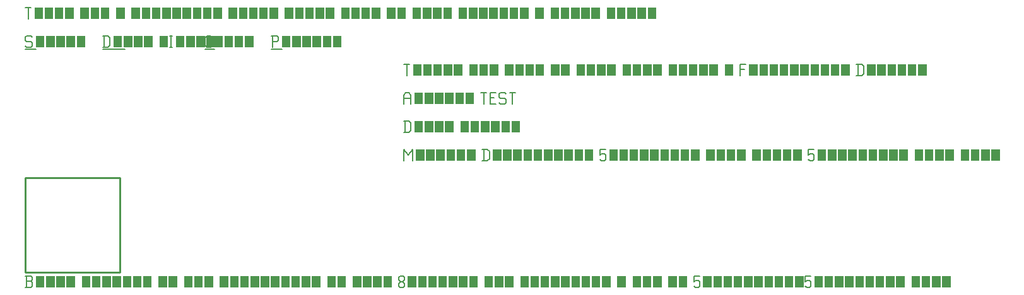
<source format=gbr>
G04 start of page 4 for group -1 layer_idx 16777221 *
G04 Title: one line on each silk layer, <virtual group> *
G04 Creator: <version>
G04 CreationDate: <date>
G04 For:  *
G04 Format: Gerber/RS-274X *
G04 PCB-Dimensions: 50000 50000 *
G04 PCB-Coordinate-Origin: lower left *
%MOIN*%
%FSLAX25Y25*%
%LNFAB*%
%ADD15C,0.0100*%
%ADD14C,0.0001*%
%ADD13C,0.0060*%
G54D13*X3000Y125000D02*X3750Y124250D01*
X750Y125000D02*X3000D01*
X0Y124250D02*X750Y125000D01*
X0Y124250D02*Y122750D01*
X750Y122000D01*
X3000D01*
X3750Y121250D01*
Y119750D01*
X3000Y119000D02*X3750Y119750D01*
X750Y119000D02*X3000D01*
X0Y119750D02*X750Y119000D01*
G54D14*G36*
X5550Y125000D02*Y119000D01*
X10050D01*
Y125000D01*
X5550D01*
G37*
G36*
X10950D02*Y119000D01*
X15450D01*
Y125000D01*
X10950D01*
G37*
G36*
X16350D02*Y119000D01*
X20850D01*
Y125000D01*
X16350D01*
G37*
G36*
X21750D02*Y119000D01*
X26250D01*
Y125000D01*
X21750D01*
G37*
G36*
X27150D02*Y119000D01*
X31650D01*
Y125000D01*
X27150D01*
G37*
G54D13*X0Y118000D02*X5550D01*
X41750Y125000D02*Y119000D01*
X43700Y125000D02*X44750Y123950D01*
Y120050D01*
X43700Y119000D02*X44750Y120050D01*
X41000Y119000D02*X43700D01*
X41000Y125000D02*X43700D01*
G54D14*G36*
X46550D02*Y119000D01*
X51050D01*
Y125000D01*
X46550D01*
G37*
G36*
X51950D02*Y119000D01*
X56450D01*
Y125000D01*
X51950D01*
G37*
G36*
X57350D02*Y119000D01*
X61850D01*
Y125000D01*
X57350D01*
G37*
G36*
X62750D02*Y119000D01*
X67250D01*
Y125000D01*
X62750D01*
G37*
G36*
X70850D02*Y119000D01*
X75350D01*
Y125000D01*
X70850D01*
G37*
G54D13*X76250D02*X77750D01*
X77000D02*Y119000D01*
X76250D02*X77750D01*
G54D14*G36*
X79550Y125000D02*Y119000D01*
X84050D01*
Y125000D01*
X79550D01*
G37*
G36*
X84950D02*Y119000D01*
X89450D01*
Y125000D01*
X84950D01*
G37*
G36*
X90350D02*Y119000D01*
X94850D01*
Y125000D01*
X90350D01*
G37*
G36*
X95750D02*Y119000D01*
X100250D01*
Y125000D01*
X95750D01*
G37*
G54D13*X41000Y118000D02*X52550D01*
X96050Y119000D02*X98000D01*
X95000Y120050D02*X96050Y119000D01*
X95000Y123950D02*Y120050D01*
Y123950D02*X96050Y125000D01*
X98000D01*
G54D14*G36*
X99800D02*Y119000D01*
X104300D01*
Y125000D01*
X99800D01*
G37*
G36*
X105200D02*Y119000D01*
X109700D01*
Y125000D01*
X105200D01*
G37*
G36*
X110600D02*Y119000D01*
X115100D01*
Y125000D01*
X110600D01*
G37*
G36*
X116000D02*Y119000D01*
X120500D01*
Y125000D01*
X116000D01*
G37*
G54D13*X95000Y118000D02*X99800D01*
X130750Y125000D02*Y119000D01*
X130000Y125000D02*X133000D01*
X133750Y124250D01*
Y122750D01*
X133000Y122000D02*X133750Y122750D01*
X130750Y122000D02*X133000D01*
G54D14*G36*
X135550Y125000D02*Y119000D01*
X140050D01*
Y125000D01*
X135550D01*
G37*
G36*
X140950D02*Y119000D01*
X145450D01*
Y125000D01*
X140950D01*
G37*
G36*
X146350D02*Y119000D01*
X150850D01*
Y125000D01*
X146350D01*
G37*
G36*
X151750D02*Y119000D01*
X156250D01*
Y125000D01*
X151750D01*
G37*
G36*
X157150D02*Y119000D01*
X161650D01*
Y125000D01*
X157150D01*
G37*
G36*
X162550D02*Y119000D01*
X167050D01*
Y125000D01*
X162550D01*
G37*
G54D13*X130000Y118000D02*X135550D01*
X0Y140000D02*X3000D01*
X1500D02*Y134000D01*
G54D14*G36*
X4800Y140000D02*Y134000D01*
X9300D01*
Y140000D01*
X4800D01*
G37*
G36*
X10200D02*Y134000D01*
X14700D01*
Y140000D01*
X10200D01*
G37*
G36*
X15600D02*Y134000D01*
X20100D01*
Y140000D01*
X15600D01*
G37*
G36*
X21000D02*Y134000D01*
X25500D01*
Y140000D01*
X21000D01*
G37*
G36*
X29100D02*Y134000D01*
X33600D01*
Y140000D01*
X29100D01*
G37*
G36*
X34500D02*Y134000D01*
X39000D01*
Y140000D01*
X34500D01*
G37*
G36*
X39900D02*Y134000D01*
X44400D01*
Y140000D01*
X39900D01*
G37*
G36*
X48000D02*Y134000D01*
X52500D01*
Y140000D01*
X48000D01*
G37*
G36*
X56100D02*Y134000D01*
X60600D01*
Y140000D01*
X56100D01*
G37*
G36*
X61500D02*Y134000D01*
X66000D01*
Y140000D01*
X61500D01*
G37*
G36*
X66900D02*Y134000D01*
X71400D01*
Y140000D01*
X66900D01*
G37*
G36*
X72300D02*Y134000D01*
X76800D01*
Y140000D01*
X72300D01*
G37*
G36*
X77700D02*Y134000D01*
X82200D01*
Y140000D01*
X77700D01*
G37*
G36*
X83100D02*Y134000D01*
X87600D01*
Y140000D01*
X83100D01*
G37*
G36*
X88500D02*Y134000D01*
X93000D01*
Y140000D01*
X88500D01*
G37*
G36*
X93900D02*Y134000D01*
X98400D01*
Y140000D01*
X93900D01*
G37*
G36*
X99300D02*Y134000D01*
X103800D01*
Y140000D01*
X99300D01*
G37*
G36*
X107400D02*Y134000D01*
X111900D01*
Y140000D01*
X107400D01*
G37*
G36*
X112800D02*Y134000D01*
X117300D01*
Y140000D01*
X112800D01*
G37*
G36*
X118200D02*Y134000D01*
X122700D01*
Y140000D01*
X118200D01*
G37*
G36*
X123600D02*Y134000D01*
X128100D01*
Y140000D01*
X123600D01*
G37*
G36*
X129000D02*Y134000D01*
X133500D01*
Y140000D01*
X129000D01*
G37*
G36*
X137100D02*Y134000D01*
X141600D01*
Y140000D01*
X137100D01*
G37*
G36*
X142500D02*Y134000D01*
X147000D01*
Y140000D01*
X142500D01*
G37*
G36*
X147900D02*Y134000D01*
X152400D01*
Y140000D01*
X147900D01*
G37*
G36*
X153300D02*Y134000D01*
X157800D01*
Y140000D01*
X153300D01*
G37*
G36*
X158700D02*Y134000D01*
X163200D01*
Y140000D01*
X158700D01*
G37*
G36*
X166800D02*Y134000D01*
X171300D01*
Y140000D01*
X166800D01*
G37*
G36*
X172200D02*Y134000D01*
X176700D01*
Y140000D01*
X172200D01*
G37*
G36*
X177600D02*Y134000D01*
X182100D01*
Y140000D01*
X177600D01*
G37*
G36*
X183000D02*Y134000D01*
X187500D01*
Y140000D01*
X183000D01*
G37*
G36*
X191100D02*Y134000D01*
X195600D01*
Y140000D01*
X191100D01*
G37*
G36*
X196500D02*Y134000D01*
X201000D01*
Y140000D01*
X196500D01*
G37*
G36*
X204600D02*Y134000D01*
X209100D01*
Y140000D01*
X204600D01*
G37*
G36*
X210000D02*Y134000D01*
X214500D01*
Y140000D01*
X210000D01*
G37*
G36*
X215400D02*Y134000D01*
X219900D01*
Y140000D01*
X215400D01*
G37*
G36*
X220800D02*Y134000D01*
X225300D01*
Y140000D01*
X220800D01*
G37*
G36*
X228900D02*Y134000D01*
X233400D01*
Y140000D01*
X228900D01*
G37*
G36*
X234300D02*Y134000D01*
X238800D01*
Y140000D01*
X234300D01*
G37*
G36*
X239700D02*Y134000D01*
X244200D01*
Y140000D01*
X239700D01*
G37*
G36*
X245100D02*Y134000D01*
X249600D01*
Y140000D01*
X245100D01*
G37*
G36*
X250500D02*Y134000D01*
X255000D01*
Y140000D01*
X250500D01*
G37*
G36*
X255900D02*Y134000D01*
X260400D01*
Y140000D01*
X255900D01*
G37*
G36*
X261300D02*Y134000D01*
X265800D01*
Y140000D01*
X261300D01*
G37*
G36*
X269400D02*Y134000D01*
X273900D01*
Y140000D01*
X269400D01*
G37*
G36*
X277500D02*Y134000D01*
X282000D01*
Y140000D01*
X277500D01*
G37*
G36*
X282900D02*Y134000D01*
X287400D01*
Y140000D01*
X282900D01*
G37*
G36*
X288300D02*Y134000D01*
X292800D01*
Y140000D01*
X288300D01*
G37*
G36*
X293700D02*Y134000D01*
X298200D01*
Y140000D01*
X293700D01*
G37*
G36*
X299100D02*Y134000D01*
X303600D01*
Y140000D01*
X299100D01*
G37*
G36*
X307200D02*Y134000D01*
X311700D01*
Y140000D01*
X307200D01*
G37*
G36*
X312600D02*Y134000D01*
X317100D01*
Y140000D01*
X312600D01*
G37*
G36*
X318000D02*Y134000D01*
X322500D01*
Y140000D01*
X318000D01*
G37*
G36*
X323400D02*Y134000D01*
X327900D01*
Y140000D01*
X323400D01*
G37*
G36*
X328800D02*Y134000D01*
X333300D01*
Y140000D01*
X328800D01*
G37*
G54D15*X0Y50000D02*X50000D01*
X0D02*Y0D01*
X50000Y50000D02*Y0D01*
X0D02*X50000D01*
G54D13*X200000Y65000D02*Y59000D01*
Y65000D02*X202250Y62000D01*
X204500Y65000D01*
Y59000D01*
G54D14*G36*
X206300Y65000D02*Y59000D01*
X210800D01*
Y65000D01*
X206300D01*
G37*
G36*
X211700D02*Y59000D01*
X216200D01*
Y65000D01*
X211700D01*
G37*
G36*
X217100D02*Y59000D01*
X221600D01*
Y65000D01*
X217100D01*
G37*
G36*
X222500D02*Y59000D01*
X227000D01*
Y65000D01*
X222500D01*
G37*
G36*
X227900D02*Y59000D01*
X232400D01*
Y65000D01*
X227900D01*
G37*
G36*
X233300D02*Y59000D01*
X237800D01*
Y65000D01*
X233300D01*
G37*
G54D13*X242150D02*Y59000D01*
X244100Y65000D02*X245150Y63950D01*
Y60050D01*
X244100Y59000D02*X245150Y60050D01*
X241400Y59000D02*X244100D01*
X241400Y65000D02*X244100D01*
G54D14*G36*
X246950D02*Y59000D01*
X251450D01*
Y65000D01*
X246950D01*
G37*
G36*
X252350D02*Y59000D01*
X256850D01*
Y65000D01*
X252350D01*
G37*
G36*
X257750D02*Y59000D01*
X262250D01*
Y65000D01*
X257750D01*
G37*
G36*
X263150D02*Y59000D01*
X267650D01*
Y65000D01*
X263150D01*
G37*
G36*
X268550D02*Y59000D01*
X273050D01*
Y65000D01*
X268550D01*
G37*
G36*
X273950D02*Y59000D01*
X278450D01*
Y65000D01*
X273950D01*
G37*
G36*
X279350D02*Y59000D01*
X283850D01*
Y65000D01*
X279350D01*
G37*
G36*
X284750D02*Y59000D01*
X289250D01*
Y65000D01*
X284750D01*
G37*
G36*
X290150D02*Y59000D01*
X294650D01*
Y65000D01*
X290150D01*
G37*
G36*
X295550D02*Y59000D01*
X300050D01*
Y65000D01*
X295550D01*
G37*
G54D13*X303650D02*X306650D01*
X303650D02*Y62000D01*
X304400Y62750D01*
X305900D01*
X306650Y62000D01*
Y59750D01*
X305900Y59000D02*X306650Y59750D01*
X304400Y59000D02*X305900D01*
X303650Y59750D02*X304400Y59000D01*
G54D14*G36*
X308450Y65000D02*Y59000D01*
X312950D01*
Y65000D01*
X308450D01*
G37*
G36*
X313850D02*Y59000D01*
X318350D01*
Y65000D01*
X313850D01*
G37*
G36*
X319250D02*Y59000D01*
X323750D01*
Y65000D01*
X319250D01*
G37*
G36*
X324650D02*Y59000D01*
X329150D01*
Y65000D01*
X324650D01*
G37*
G36*
X330050D02*Y59000D01*
X334550D01*
Y65000D01*
X330050D01*
G37*
G36*
X335450D02*Y59000D01*
X339950D01*
Y65000D01*
X335450D01*
G37*
G36*
X340850D02*Y59000D01*
X345350D01*
Y65000D01*
X340850D01*
G37*
G36*
X346250D02*Y59000D01*
X350750D01*
Y65000D01*
X346250D01*
G37*
G36*
X351650D02*Y59000D01*
X356150D01*
Y65000D01*
X351650D01*
G37*
G36*
X359750D02*Y59000D01*
X364250D01*
Y65000D01*
X359750D01*
G37*
G36*
X365150D02*Y59000D01*
X369650D01*
Y65000D01*
X365150D01*
G37*
G36*
X370550D02*Y59000D01*
X375050D01*
Y65000D01*
X370550D01*
G37*
G36*
X375950D02*Y59000D01*
X380450D01*
Y65000D01*
X375950D01*
G37*
G36*
X384050D02*Y59000D01*
X388550D01*
Y65000D01*
X384050D01*
G37*
G36*
X389450D02*Y59000D01*
X393950D01*
Y65000D01*
X389450D01*
G37*
G36*
X394850D02*Y59000D01*
X399350D01*
Y65000D01*
X394850D01*
G37*
G36*
X400250D02*Y59000D01*
X404750D01*
Y65000D01*
X400250D01*
G37*
G36*
X405650D02*Y59000D01*
X410150D01*
Y65000D01*
X405650D01*
G37*
G54D13*X413750D02*X416750D01*
X413750D02*Y62000D01*
X414500Y62750D01*
X416000D01*
X416750Y62000D01*
Y59750D01*
X416000Y59000D02*X416750Y59750D01*
X414500Y59000D02*X416000D01*
X413750Y59750D02*X414500Y59000D01*
G54D14*G36*
X418550Y65000D02*Y59000D01*
X423050D01*
Y65000D01*
X418550D01*
G37*
G36*
X423950D02*Y59000D01*
X428450D01*
Y65000D01*
X423950D01*
G37*
G36*
X429350D02*Y59000D01*
X433850D01*
Y65000D01*
X429350D01*
G37*
G36*
X434750D02*Y59000D01*
X439250D01*
Y65000D01*
X434750D01*
G37*
G36*
X440150D02*Y59000D01*
X444650D01*
Y65000D01*
X440150D01*
G37*
G36*
X445550D02*Y59000D01*
X450050D01*
Y65000D01*
X445550D01*
G37*
G36*
X450950D02*Y59000D01*
X455450D01*
Y65000D01*
X450950D01*
G37*
G36*
X456350D02*Y59000D01*
X460850D01*
Y65000D01*
X456350D01*
G37*
G36*
X461750D02*Y59000D01*
X466250D01*
Y65000D01*
X461750D01*
G37*
G36*
X469850D02*Y59000D01*
X474350D01*
Y65000D01*
X469850D01*
G37*
G36*
X475250D02*Y59000D01*
X479750D01*
Y65000D01*
X475250D01*
G37*
G36*
X480650D02*Y59000D01*
X485150D01*
Y65000D01*
X480650D01*
G37*
G36*
X486050D02*Y59000D01*
X490550D01*
Y65000D01*
X486050D01*
G37*
G36*
X494150D02*Y59000D01*
X498650D01*
Y65000D01*
X494150D01*
G37*
G36*
X499550D02*Y59000D01*
X504050D01*
Y65000D01*
X499550D01*
G37*
G36*
X504950D02*Y59000D01*
X509450D01*
Y65000D01*
X504950D01*
G37*
G36*
X510350D02*Y59000D01*
X514850D01*
Y65000D01*
X510350D01*
G37*
G54D13*X0Y-8000D02*X3000D01*
X3750Y-7250D01*
Y-5450D02*Y-7250D01*
X3000Y-4700D02*X3750Y-5450D01*
X750Y-4700D02*X3000D01*
X750Y-2000D02*Y-8000D01*
X0Y-2000D02*X3000D01*
X3750Y-2750D01*
Y-3950D01*
X3000Y-4700D02*X3750Y-3950D01*
G54D14*G36*
X5550Y-2000D02*Y-8000D01*
X10050D01*
Y-2000D01*
X5550D01*
G37*
G36*
X10950D02*Y-8000D01*
X15450D01*
Y-2000D01*
X10950D01*
G37*
G36*
X16350D02*Y-8000D01*
X20850D01*
Y-2000D01*
X16350D01*
G37*
G36*
X21750D02*Y-8000D01*
X26250D01*
Y-2000D01*
X21750D01*
G37*
G36*
X29850D02*Y-8000D01*
X34350D01*
Y-2000D01*
X29850D01*
G37*
G36*
X35250D02*Y-8000D01*
X39750D01*
Y-2000D01*
X35250D01*
G37*
G36*
X40650D02*Y-8000D01*
X45150D01*
Y-2000D01*
X40650D01*
G37*
G36*
X46050D02*Y-8000D01*
X50550D01*
Y-2000D01*
X46050D01*
G37*
G36*
X51450D02*Y-8000D01*
X55950D01*
Y-2000D01*
X51450D01*
G37*
G36*
X56850D02*Y-8000D01*
X61350D01*
Y-2000D01*
X56850D01*
G37*
G36*
X62250D02*Y-8000D01*
X66750D01*
Y-2000D01*
X62250D01*
G37*
G36*
X70350D02*Y-8000D01*
X74850D01*
Y-2000D01*
X70350D01*
G37*
G36*
X75750D02*Y-8000D01*
X80250D01*
Y-2000D01*
X75750D01*
G37*
G36*
X83850D02*Y-8000D01*
X88350D01*
Y-2000D01*
X83850D01*
G37*
G36*
X89250D02*Y-8000D01*
X93750D01*
Y-2000D01*
X89250D01*
G37*
G36*
X94650D02*Y-8000D01*
X99150D01*
Y-2000D01*
X94650D01*
G37*
G36*
X102750D02*Y-8000D01*
X107250D01*
Y-2000D01*
X102750D01*
G37*
G36*
X108150D02*Y-8000D01*
X112650D01*
Y-2000D01*
X108150D01*
G37*
G36*
X113550D02*Y-8000D01*
X118050D01*
Y-2000D01*
X113550D01*
G37*
G36*
X118950D02*Y-8000D01*
X123450D01*
Y-2000D01*
X118950D01*
G37*
G36*
X124350D02*Y-8000D01*
X128850D01*
Y-2000D01*
X124350D01*
G37*
G36*
X129750D02*Y-8000D01*
X134250D01*
Y-2000D01*
X129750D01*
G37*
G36*
X135150D02*Y-8000D01*
X139650D01*
Y-2000D01*
X135150D01*
G37*
G36*
X140550D02*Y-8000D01*
X145050D01*
Y-2000D01*
X140550D01*
G37*
G36*
X145950D02*Y-8000D01*
X150450D01*
Y-2000D01*
X145950D01*
G37*
G36*
X151350D02*Y-8000D01*
X155850D01*
Y-2000D01*
X151350D01*
G37*
G36*
X159450D02*Y-8000D01*
X163950D01*
Y-2000D01*
X159450D01*
G37*
G36*
X164850D02*Y-8000D01*
X169350D01*
Y-2000D01*
X164850D01*
G37*
G36*
X172950D02*Y-8000D01*
X177450D01*
Y-2000D01*
X172950D01*
G37*
G36*
X178350D02*Y-8000D01*
X182850D01*
Y-2000D01*
X178350D01*
G37*
G36*
X183750D02*Y-8000D01*
X188250D01*
Y-2000D01*
X183750D01*
G37*
G36*
X189150D02*Y-8000D01*
X193650D01*
Y-2000D01*
X189150D01*
G37*
G54D13*X197250Y-7250D02*X198000Y-8000D01*
X197250Y-6050D02*Y-7250D01*
Y-6050D02*X198300Y-5000D01*
X199200D01*
X200250Y-6050D01*
Y-7250D01*
X199500Y-8000D02*X200250Y-7250D01*
X198000Y-8000D02*X199500D01*
X197250Y-3950D02*X198300Y-5000D01*
X197250Y-2750D02*Y-3950D01*
Y-2750D02*X198000Y-2000D01*
X199500D01*
X200250Y-2750D01*
Y-3950D01*
X199200Y-5000D02*X200250Y-3950D01*
G54D14*G36*
X202050Y-2000D02*Y-8000D01*
X206550D01*
Y-2000D01*
X202050D01*
G37*
G36*
X207450D02*Y-8000D01*
X211950D01*
Y-2000D01*
X207450D01*
G37*
G36*
X212850D02*Y-8000D01*
X217350D01*
Y-2000D01*
X212850D01*
G37*
G36*
X218250D02*Y-8000D01*
X222750D01*
Y-2000D01*
X218250D01*
G37*
G36*
X223650D02*Y-8000D01*
X228150D01*
Y-2000D01*
X223650D01*
G37*
G36*
X229050D02*Y-8000D01*
X233550D01*
Y-2000D01*
X229050D01*
G37*
G36*
X234450D02*Y-8000D01*
X238950D01*
Y-2000D01*
X234450D01*
G37*
G36*
X242550D02*Y-8000D01*
X247050D01*
Y-2000D01*
X242550D01*
G37*
G36*
X247950D02*Y-8000D01*
X252450D01*
Y-2000D01*
X247950D01*
G37*
G36*
X253350D02*Y-8000D01*
X257850D01*
Y-2000D01*
X253350D01*
G37*
G36*
X261450D02*Y-8000D01*
X265950D01*
Y-2000D01*
X261450D01*
G37*
G36*
X266850D02*Y-8000D01*
X271350D01*
Y-2000D01*
X266850D01*
G37*
G36*
X272250D02*Y-8000D01*
X276750D01*
Y-2000D01*
X272250D01*
G37*
G36*
X277650D02*Y-8000D01*
X282150D01*
Y-2000D01*
X277650D01*
G37*
G36*
X283050D02*Y-8000D01*
X287550D01*
Y-2000D01*
X283050D01*
G37*
G36*
X288450D02*Y-8000D01*
X292950D01*
Y-2000D01*
X288450D01*
G37*
G36*
X293850D02*Y-8000D01*
X298350D01*
Y-2000D01*
X293850D01*
G37*
G36*
X299250D02*Y-8000D01*
X303750D01*
Y-2000D01*
X299250D01*
G37*
G36*
X304650D02*Y-8000D01*
X309150D01*
Y-2000D01*
X304650D01*
G37*
G36*
X312750D02*Y-8000D01*
X317250D01*
Y-2000D01*
X312750D01*
G37*
G36*
X320850D02*Y-8000D01*
X325350D01*
Y-2000D01*
X320850D01*
G37*
G36*
X326250D02*Y-8000D01*
X330750D01*
Y-2000D01*
X326250D01*
G37*
G36*
X331650D02*Y-8000D01*
X336150D01*
Y-2000D01*
X331650D01*
G37*
G36*
X339750D02*Y-8000D01*
X344250D01*
Y-2000D01*
X339750D01*
G37*
G36*
X345150D02*Y-8000D01*
X349650D01*
Y-2000D01*
X345150D01*
G37*
G54D13*X353250D02*X356250D01*
X353250D02*Y-5000D01*
X354000Y-4250D01*
X355500D01*
X356250Y-5000D01*
Y-7250D01*
X355500Y-8000D02*X356250Y-7250D01*
X354000Y-8000D02*X355500D01*
X353250Y-7250D02*X354000Y-8000D01*
G54D14*G36*
X358050Y-2000D02*Y-8000D01*
X362550D01*
Y-2000D01*
X358050D01*
G37*
G36*
X363450D02*Y-8000D01*
X367950D01*
Y-2000D01*
X363450D01*
G37*
G36*
X368850D02*Y-8000D01*
X373350D01*
Y-2000D01*
X368850D01*
G37*
G36*
X374250D02*Y-8000D01*
X378750D01*
Y-2000D01*
X374250D01*
G37*
G36*
X379650D02*Y-8000D01*
X384150D01*
Y-2000D01*
X379650D01*
G37*
G36*
X385050D02*Y-8000D01*
X389550D01*
Y-2000D01*
X385050D01*
G37*
G36*
X390450D02*Y-8000D01*
X394950D01*
Y-2000D01*
X390450D01*
G37*
G36*
X395850D02*Y-8000D01*
X400350D01*
Y-2000D01*
X395850D01*
G37*
G36*
X401250D02*Y-8000D01*
X405750D01*
Y-2000D01*
X401250D01*
G37*
G36*
X406650D02*Y-8000D01*
X411150D01*
Y-2000D01*
X406650D01*
G37*
G54D13*X412050D02*X415050D01*
X412050D02*Y-5000D01*
X412800Y-4250D01*
X414300D01*
X415050Y-5000D01*
Y-7250D01*
X414300Y-8000D02*X415050Y-7250D01*
X412800Y-8000D02*X414300D01*
X412050Y-7250D02*X412800Y-8000D01*
G54D14*G36*
X416850Y-2000D02*Y-8000D01*
X421350D01*
Y-2000D01*
X416850D01*
G37*
G36*
X422250D02*Y-8000D01*
X426750D01*
Y-2000D01*
X422250D01*
G37*
G36*
X427650D02*Y-8000D01*
X432150D01*
Y-2000D01*
X427650D01*
G37*
G36*
X433050D02*Y-8000D01*
X437550D01*
Y-2000D01*
X433050D01*
G37*
G36*
X438450D02*Y-8000D01*
X442950D01*
Y-2000D01*
X438450D01*
G37*
G36*
X443850D02*Y-8000D01*
X448350D01*
Y-2000D01*
X443850D01*
G37*
G36*
X449250D02*Y-8000D01*
X453750D01*
Y-2000D01*
X449250D01*
G37*
G36*
X454650D02*Y-8000D01*
X459150D01*
Y-2000D01*
X454650D01*
G37*
G36*
X460050D02*Y-8000D01*
X464550D01*
Y-2000D01*
X460050D01*
G37*
G36*
X468150D02*Y-8000D01*
X472650D01*
Y-2000D01*
X468150D01*
G37*
G36*
X473550D02*Y-8000D01*
X478050D01*
Y-2000D01*
X473550D01*
G37*
G36*
X478950D02*Y-8000D01*
X483450D01*
Y-2000D01*
X478950D01*
G37*
G36*
X484350D02*Y-8000D01*
X488850D01*
Y-2000D01*
X484350D01*
G37*
G54D13*X200750Y80000D02*Y74000D01*
X202700Y80000D02*X203750Y78950D01*
Y75050D01*
X202700Y74000D02*X203750Y75050D01*
X200000Y74000D02*X202700D01*
X200000Y80000D02*X202700D01*
G54D14*G36*
X205550D02*Y74000D01*
X210050D01*
Y80000D01*
X205550D01*
G37*
G36*
X210950D02*Y74000D01*
X215450D01*
Y80000D01*
X210950D01*
G37*
G36*
X216350D02*Y74000D01*
X220850D01*
Y80000D01*
X216350D01*
G37*
G36*
X221750D02*Y74000D01*
X226250D01*
Y80000D01*
X221750D01*
G37*
G36*
X229850D02*Y74000D01*
X234350D01*
Y80000D01*
X229850D01*
G37*
G36*
X235250D02*Y74000D01*
X239750D01*
Y80000D01*
X235250D01*
G37*
G36*
X240650D02*Y74000D01*
X245150D01*
Y80000D01*
X240650D01*
G37*
G36*
X246050D02*Y74000D01*
X250550D01*
Y80000D01*
X246050D01*
G37*
G36*
X251450D02*Y74000D01*
X255950D01*
Y80000D01*
X251450D01*
G37*
G36*
X256850D02*Y74000D01*
X261350D01*
Y80000D01*
X256850D01*
G37*
G54D13*X200000Y93500D02*Y89000D01*
Y93500D02*X201050Y95000D01*
X202700D01*
X203750Y93500D01*
Y89000D01*
X200000Y92000D02*X203750D01*
G54D14*G36*
X205550Y95000D02*Y89000D01*
X210050D01*
Y95000D01*
X205550D01*
G37*
G36*
X210950D02*Y89000D01*
X215450D01*
Y95000D01*
X210950D01*
G37*
G36*
X216350D02*Y89000D01*
X220850D01*
Y95000D01*
X216350D01*
G37*
G36*
X221750D02*Y89000D01*
X226250D01*
Y95000D01*
X221750D01*
G37*
G36*
X227150D02*Y89000D01*
X231650D01*
Y95000D01*
X227150D01*
G37*
G36*
X232550D02*Y89000D01*
X237050D01*
Y95000D01*
X232550D01*
G37*
G54D13*X240650D02*X243650D01*
X242150D02*Y89000D01*
X245450Y92300D02*X247700D01*
X245450Y89000D02*X248450D01*
X245450Y95000D02*Y89000D01*
Y95000D02*X248450D01*
X253250D02*X254000Y94250D01*
X251000Y95000D02*X253250D01*
X250250Y94250D02*X251000Y95000D01*
X250250Y94250D02*Y92750D01*
X251000Y92000D01*
X253250D01*
X254000Y91250D01*
Y89750D01*
X253250Y89000D02*X254000Y89750D01*
X251000Y89000D02*X253250D01*
X250250Y89750D02*X251000Y89000D01*
X255800Y95000D02*X258800D01*
X257300D02*Y89000D01*
X200000Y110000D02*X203000D01*
X201500D02*Y104000D01*
G54D14*G36*
X204800Y110000D02*Y104000D01*
X209300D01*
Y110000D01*
X204800D01*
G37*
G36*
X210200D02*Y104000D01*
X214700D01*
Y110000D01*
X210200D01*
G37*
G36*
X215600D02*Y104000D01*
X220100D01*
Y110000D01*
X215600D01*
G37*
G36*
X221000D02*Y104000D01*
X225500D01*
Y110000D01*
X221000D01*
G37*
G36*
X226400D02*Y104000D01*
X230900D01*
Y110000D01*
X226400D01*
G37*
G36*
X234500D02*Y104000D01*
X239000D01*
Y110000D01*
X234500D01*
G37*
G36*
X239900D02*Y104000D01*
X244400D01*
Y110000D01*
X239900D01*
G37*
G36*
X245300D02*Y104000D01*
X249800D01*
Y110000D01*
X245300D01*
G37*
G36*
X253400D02*Y104000D01*
X257900D01*
Y110000D01*
X253400D01*
G37*
G36*
X258800D02*Y104000D01*
X263300D01*
Y110000D01*
X258800D01*
G37*
G36*
X264200D02*Y104000D01*
X268700D01*
Y110000D01*
X264200D01*
G37*
G36*
X269600D02*Y104000D01*
X274100D01*
Y110000D01*
X269600D01*
G37*
G36*
X277700D02*Y104000D01*
X282200D01*
Y110000D01*
X277700D01*
G37*
G36*
X283100D02*Y104000D01*
X287600D01*
Y110000D01*
X283100D01*
G37*
G36*
X291200D02*Y104000D01*
X295700D01*
Y110000D01*
X291200D01*
G37*
G36*
X296600D02*Y104000D01*
X301100D01*
Y110000D01*
X296600D01*
G37*
G36*
X302000D02*Y104000D01*
X306500D01*
Y110000D01*
X302000D01*
G37*
G36*
X307400D02*Y104000D01*
X311900D01*
Y110000D01*
X307400D01*
G37*
G36*
X315500D02*Y104000D01*
X320000D01*
Y110000D01*
X315500D01*
G37*
G36*
X320900D02*Y104000D01*
X325400D01*
Y110000D01*
X320900D01*
G37*
G36*
X326300D02*Y104000D01*
X330800D01*
Y110000D01*
X326300D01*
G37*
G36*
X331700D02*Y104000D01*
X336200D01*
Y110000D01*
X331700D01*
G37*
G36*
X339800D02*Y104000D01*
X344300D01*
Y110000D01*
X339800D01*
G37*
G36*
X345200D02*Y104000D01*
X349700D01*
Y110000D01*
X345200D01*
G37*
G36*
X350600D02*Y104000D01*
X355100D01*
Y110000D01*
X350600D01*
G37*
G36*
X356000D02*Y104000D01*
X360500D01*
Y110000D01*
X356000D01*
G37*
G36*
X361400D02*Y104000D01*
X365900D01*
Y110000D01*
X361400D01*
G37*
G36*
X369500D02*Y104000D01*
X374000D01*
Y110000D01*
X369500D01*
G37*
G54D13*X377600D02*Y104000D01*
Y110000D02*X380600D01*
X377600Y107300D02*X379850D01*
G54D14*G36*
X382400Y110000D02*Y104000D01*
X386900D01*
Y110000D01*
X382400D01*
G37*
G36*
X387800D02*Y104000D01*
X392300D01*
Y110000D01*
X387800D01*
G37*
G36*
X393200D02*Y104000D01*
X397700D01*
Y110000D01*
X393200D01*
G37*
G36*
X398600D02*Y104000D01*
X403100D01*
Y110000D01*
X398600D01*
G37*
G36*
X404000D02*Y104000D01*
X408500D01*
Y110000D01*
X404000D01*
G37*
G36*
X409400D02*Y104000D01*
X413900D01*
Y110000D01*
X409400D01*
G37*
G36*
X414800D02*Y104000D01*
X419300D01*
Y110000D01*
X414800D01*
G37*
G36*
X420200D02*Y104000D01*
X424700D01*
Y110000D01*
X420200D01*
G37*
G36*
X425600D02*Y104000D01*
X430100D01*
Y110000D01*
X425600D01*
G37*
G36*
X431000D02*Y104000D01*
X435500D01*
Y110000D01*
X431000D01*
G37*
G54D13*X439850D02*Y104000D01*
X441800Y110000D02*X442850Y108950D01*
Y105050D01*
X441800Y104000D02*X442850Y105050D01*
X439100Y104000D02*X441800D01*
X439100Y110000D02*X441800D01*
G54D14*G36*
X444650D02*Y104000D01*
X449150D01*
Y110000D01*
X444650D01*
G37*
G36*
X450050D02*Y104000D01*
X454550D01*
Y110000D01*
X450050D01*
G37*
G36*
X455450D02*Y104000D01*
X459950D01*
Y110000D01*
X455450D01*
G37*
G36*
X460850D02*Y104000D01*
X465350D01*
Y110000D01*
X460850D01*
G37*
G36*
X466250D02*Y104000D01*
X470750D01*
Y110000D01*
X466250D01*
G37*
G36*
X471650D02*Y104000D01*
X476150D01*
Y110000D01*
X471650D01*
G37*
M02*

</source>
